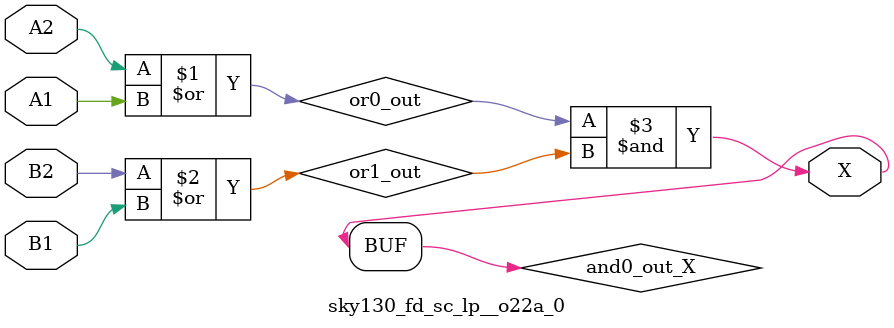
<source format=v>
/*
 * Copyright 2020 The SkyWater PDK Authors
 *
 * Licensed under the Apache License, Version 2.0 (the "License");
 * you may not use this file except in compliance with the License.
 * You may obtain a copy of the License at
 *
 *     https://www.apache.org/licenses/LICENSE-2.0
 *
 * Unless required by applicable law or agreed to in writing, software
 * distributed under the License is distributed on an "AS IS" BASIS,
 * WITHOUT WARRANTIES OR CONDITIONS OF ANY KIND, either express or implied.
 * See the License for the specific language governing permissions and
 * limitations under the License.
 *
 * SPDX-License-Identifier: Apache-2.0
*/


`ifndef SKY130_FD_SC_LP__O22A_0_FUNCTIONAL_V
`define SKY130_FD_SC_LP__O22A_0_FUNCTIONAL_V

/**
 * o22a: 2-input OR into both inputs of 2-input AND.
 *
 *       X = ((A1 | A2) & (B1 | B2))
 *
 * Verilog simulation functional model.
 */

`timescale 1ns / 1ps
`default_nettype none

`celldefine
module sky130_fd_sc_lp__o22a_0 (
    X ,
    A1,
    A2,
    B1,
    B2
);

    // Module ports
    output X ;
    input  A1;
    input  A2;
    input  B1;
    input  B2;

    // Local signals
    wire or0_out   ;
    wire or1_out   ;
    wire and0_out_X;

    //  Name  Output      Other arguments
    or  or0  (or0_out   , A2, A1          );
    or  or1  (or1_out   , B2, B1          );
    and and0 (and0_out_X, or0_out, or1_out);
    buf buf0 (X         , and0_out_X      );

endmodule
`endcelldefine

`default_nettype wire
`endif  // SKY130_FD_SC_LP__O22A_0_FUNCTIONAL_V

</source>
